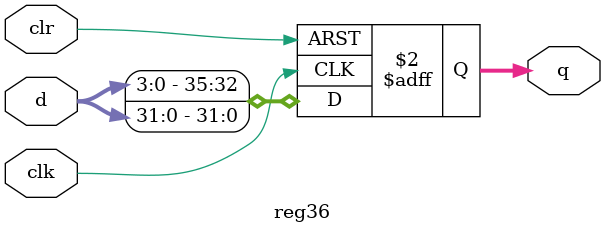
<source format=v>
module reg36(
 input wire [31:0]d,
 input wire clk, clr,
 output reg[35:0] q
 );
 always @(posedge clk or posedge clr) begin
	 if (clr) q <=36'd0;
		 else begin
			 q[31:0]<=d;
			 q[35:32]<=d[3:0];
			 end
	 end
endmodule
</source>
